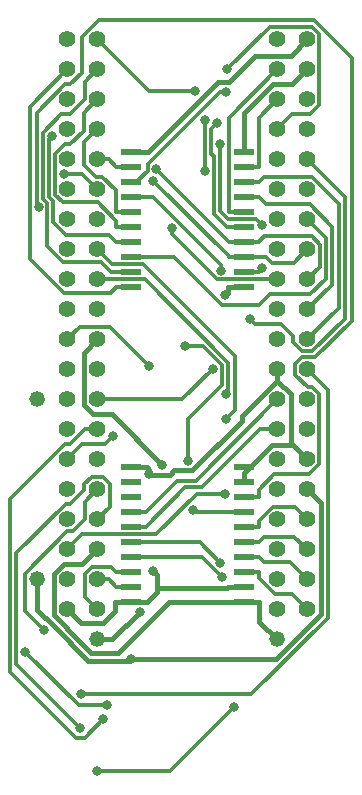
<source format=gbl>
G04 #@! TF.GenerationSoftware,KiCad,Pcbnew,8.0.1*
G04 #@! TF.CreationDate,2024-03-30T15:42:24-03:00*
G04 #@! TF.ProjectId,Sombrero_MSX_Goa'uld,536f6d62-7265-4726-9f5f-4d53585f476f,rev?*
G04 #@! TF.SameCoordinates,Original*
G04 #@! TF.FileFunction,Copper,L2,Bot*
G04 #@! TF.FilePolarity,Positive*
%FSLAX46Y46*%
G04 Gerber Fmt 4.6, Leading zero omitted, Abs format (unit mm)*
G04 Created by KiCad (PCBNEW 8.0.1) date 2024-03-30 15:42:24*
%MOMM*%
%LPD*%
G01*
G04 APERTURE LIST*
G04 #@! TA.AperFunction,ComponentPad*
%ADD10C,1.400000*%
G04 #@! TD*
G04 #@! TA.AperFunction,ComponentPad*
%ADD11C,1.320800*%
G04 #@! TD*
G04 #@! TA.AperFunction,SMDPad,CuDef*
%ADD12R,1.803400X0.533400*%
G04 #@! TD*
G04 #@! TA.AperFunction,ViaPad*
%ADD13C,0.800000*%
G04 #@! TD*
G04 #@! TA.AperFunction,Conductor*
%ADD14C,0.450000*%
G04 #@! TD*
G04 #@! TA.AperFunction,Conductor*
%ADD15C,0.300000*%
G04 #@! TD*
G04 APERTURE END LIST*
D10*
X187960000Y-73660000D03*
X187960000Y-76200000D03*
X187960000Y-78740000D03*
X187960000Y-81280000D03*
X187960000Y-83820000D03*
X187960000Y-86360000D03*
X187960000Y-88900000D03*
X187960000Y-91440000D03*
X187960000Y-93980000D03*
X187960000Y-96520000D03*
X187960000Y-99060000D03*
X187960000Y-101600000D03*
X187960000Y-104140000D03*
X187960000Y-106680000D03*
X187960000Y-109220000D03*
X187960000Y-111760000D03*
X187960000Y-114300000D03*
X187960000Y-116840000D03*
X187960000Y-119380000D03*
X187960000Y-121920000D03*
X208280000Y-121920000D03*
X208280000Y-119380000D03*
X208280000Y-116840000D03*
X208280000Y-114300000D03*
X208280000Y-111760000D03*
X208280000Y-109220000D03*
X208280000Y-106680000D03*
X208280000Y-104140000D03*
X208280000Y-101600000D03*
X208280000Y-99060000D03*
X208280000Y-96520000D03*
X208280000Y-93980000D03*
X208280000Y-91440000D03*
X208280000Y-88900000D03*
X208280000Y-86360000D03*
X208280000Y-83820000D03*
X208280000Y-81280000D03*
X208280000Y-78740000D03*
X208280000Y-76200000D03*
X208280000Y-73660000D03*
X190500000Y-73660000D03*
X190500000Y-76200000D03*
X190500000Y-78740000D03*
X190500000Y-81280000D03*
X190500000Y-83820000D03*
X190500000Y-86360000D03*
X190500000Y-88900000D03*
X190500000Y-91440000D03*
X190500000Y-93980000D03*
X190500000Y-96520000D03*
X190500000Y-99060000D03*
X190500000Y-101600000D03*
X190500000Y-104140000D03*
X190500000Y-106680000D03*
X190500000Y-109220000D03*
X190500000Y-111760000D03*
X190500000Y-114300000D03*
X190500000Y-116840000D03*
X190500000Y-119380000D03*
X190500000Y-121920000D03*
X205740000Y-121920000D03*
X205740000Y-119380000D03*
X205740000Y-116840000D03*
X205740000Y-114300000D03*
X205740000Y-111760000D03*
X205740000Y-109220000D03*
X205740000Y-106680000D03*
X205740000Y-104140000D03*
X205740000Y-101600000D03*
X205740000Y-99060000D03*
X205740000Y-96520000D03*
X205740000Y-93980000D03*
X205740000Y-91440000D03*
X205740000Y-88900000D03*
X205740000Y-86360000D03*
X205740000Y-83820000D03*
X205740000Y-81280000D03*
X205740000Y-78740000D03*
X205740000Y-76200000D03*
X205740000Y-73660000D03*
D11*
X185420000Y-119380000D03*
X185420000Y-104140000D03*
X205740000Y-124460000D03*
X190500000Y-124460000D03*
D12*
X202895200Y-83185000D03*
X202895200Y-84455000D03*
X202895200Y-85725000D03*
X202895200Y-86995000D03*
X202895200Y-88265000D03*
X202895200Y-89535000D03*
X202895200Y-90805000D03*
X202895200Y-92075000D03*
X202895200Y-93345000D03*
X202895200Y-94615000D03*
X193344800Y-94615000D03*
X193344800Y-93345000D03*
X193344800Y-92075000D03*
X193344800Y-90805000D03*
X193344800Y-89535000D03*
X193344800Y-88265000D03*
X193344800Y-86995000D03*
X193344800Y-85725000D03*
X193344800Y-84455000D03*
X193344800Y-83185000D03*
X193344800Y-121285000D03*
X193344800Y-120015000D03*
X193344800Y-118745000D03*
X193344800Y-117475000D03*
X193344800Y-116205000D03*
X193344800Y-114935000D03*
X193344800Y-113665000D03*
X193344800Y-112395000D03*
X193344800Y-111125000D03*
X193344800Y-109855000D03*
X202895200Y-109855000D03*
X202895200Y-111125000D03*
X202895200Y-112395000D03*
X202895200Y-113665000D03*
X202895200Y-114935000D03*
X202895200Y-116205000D03*
X202895200Y-117475000D03*
X202895200Y-118745000D03*
X202895200Y-120015000D03*
X202895200Y-121285000D03*
D13*
X193371800Y-126097200D03*
X194896200Y-110462000D03*
X201321700Y-95333600D03*
X195177100Y-118654600D03*
X194073300Y-122155400D03*
X196006600Y-109695000D03*
X189052400Y-131991900D03*
X195502700Y-84608500D03*
X195249500Y-85622200D03*
X201067700Y-119206200D03*
X200917800Y-117955700D03*
X187699700Y-85090000D03*
X190988000Y-131206700D03*
X201361000Y-105835000D03*
X201391300Y-103670700D03*
X200277300Y-101524100D03*
X196794700Y-89612300D03*
X201507100Y-76200800D03*
X198730300Y-78056500D03*
X199569800Y-84787300D03*
X204406900Y-93014000D03*
X199622800Y-80512900D03*
X200635900Y-80758100D03*
X201297700Y-112116400D03*
X200881700Y-82549800D03*
X186615500Y-81875200D03*
X204418500Y-89354000D03*
X200966700Y-93225600D03*
X203446400Y-97365900D03*
X202069200Y-130205800D03*
X190500000Y-135627500D03*
X185957300Y-123647100D03*
X201347200Y-78104700D03*
X191300100Y-130030400D03*
X184405000Y-125522300D03*
X185519200Y-87852300D03*
X198195500Y-109323900D03*
X197900000Y-99593500D03*
X198589200Y-113482400D03*
X189086200Y-129121800D03*
X194870500Y-101322700D03*
X191827500Y-107231500D03*
D14*
X208280000Y-111760000D02*
X209404200Y-112884200D01*
X209404200Y-112884200D02*
X209404200Y-122343300D01*
X186784200Y-123364000D02*
X186784200Y-123304600D01*
X193371800Y-126097200D02*
X193219300Y-126249700D01*
X189669900Y-126249700D02*
X186784200Y-123364000D01*
X185420000Y-121940400D02*
X185420000Y-119380000D01*
X209404200Y-122343300D02*
X205650300Y-126097200D01*
X193219300Y-126249700D02*
X189669900Y-126249700D01*
X205650300Y-126097200D02*
X193371800Y-126097200D01*
X186784200Y-123304600D02*
X185420000Y-121940400D01*
X205351100Y-77470000D02*
X207010000Y-77470000D01*
X206875700Y-103677500D02*
X206875700Y-107978000D01*
X207010000Y-77470000D02*
X208280000Y-76200000D01*
X201566600Y-94615000D02*
X201566600Y-95088700D01*
X194896200Y-110462000D02*
X194960900Y-110526700D01*
X206875700Y-107978000D02*
X207038000Y-107978000D01*
X202895200Y-94615000D02*
X201566600Y-94615000D01*
X192016200Y-121285000D02*
X192016200Y-122032300D01*
X205274000Y-107978000D02*
X206875700Y-107978000D01*
X195506500Y-120069600D02*
X195506500Y-118984000D01*
X202895200Y-110356800D02*
X203397000Y-109855000D01*
X195506500Y-120451900D02*
X195506500Y-120069600D01*
X202757600Y-105931200D02*
X202757600Y-105524200D01*
X201512000Y-120069600D02*
X201566600Y-120015000D01*
X194896200Y-110077800D02*
X194673400Y-109855000D01*
X193344800Y-109855000D02*
X194673400Y-109855000D01*
X202757600Y-105524200D02*
X205740000Y-102541800D01*
X190984600Y-123063900D02*
X189103900Y-123063900D01*
X205740000Y-102541800D02*
X206875700Y-103677500D01*
X195506500Y-120069600D02*
X201512000Y-120069600D01*
X194960900Y-110526700D02*
X196609800Y-110526700D01*
X198538000Y-110150800D02*
X202757600Y-105931200D01*
X196609800Y-110526700D02*
X196985700Y-110150800D01*
X189103900Y-123063900D02*
X187960000Y-121920000D01*
X202895200Y-79925900D02*
X205351100Y-77470000D01*
X196985700Y-110150800D02*
X198538000Y-110150800D01*
X193344800Y-121285000D02*
X192016200Y-121285000D01*
X202895200Y-83185000D02*
X202895200Y-79925900D01*
X194896200Y-110462000D02*
X194896200Y-110077800D01*
X202895200Y-111125000D02*
X202895200Y-110356800D01*
X201566600Y-95088700D02*
X201321700Y-95333600D01*
X195506500Y-118984000D02*
X195177100Y-118654600D01*
X202895200Y-120015000D02*
X201566600Y-120015000D01*
X203397000Y-109855000D02*
X205274000Y-107978000D01*
X207038000Y-107978000D02*
X208280000Y-109220000D01*
X205740000Y-102541800D02*
X205740000Y-101600000D01*
X194673400Y-121285000D02*
X195506500Y-120451900D01*
X193344800Y-121285000D02*
X194673400Y-121285000D01*
X202895200Y-109855000D02*
X203397000Y-109855000D01*
X192016200Y-122032300D02*
X190984600Y-123063900D01*
X191768700Y-124460000D02*
X194073300Y-122155400D01*
X189346700Y-104641000D02*
X190115700Y-105410000D01*
X190500000Y-99060000D02*
X189346700Y-100213300D01*
X190500000Y-124460000D02*
X191768700Y-124460000D01*
X190115700Y-105410000D02*
X191721600Y-105410000D01*
X189346700Y-100213300D02*
X189346700Y-104641000D01*
X191721600Y-105410000D02*
X196006600Y-109695000D01*
D15*
X183635800Y-126575300D02*
X183635800Y-117179400D01*
X190953900Y-110701700D02*
X191561100Y-111308900D01*
X189387200Y-111790000D02*
X189387200Y-111336800D01*
X190022300Y-110701700D02*
X190953900Y-110701700D01*
X189387200Y-111336800D02*
X190022300Y-110701700D01*
X187821300Y-112993900D02*
X188183300Y-112993900D01*
X188183300Y-112993900D02*
X189387200Y-111790000D01*
X189052400Y-131991900D02*
X183635800Y-126575300D01*
X191561100Y-113238900D02*
X190500000Y-114300000D01*
X191561100Y-111308900D02*
X191561100Y-113238900D01*
X183635800Y-117179400D02*
X187821300Y-112993900D01*
X204148800Y-85725000D02*
X204584100Y-85289700D01*
X204584100Y-85289700D02*
X208668500Y-85289700D01*
X208668500Y-85289700D02*
X210931200Y-87552400D01*
X202895200Y-85725000D02*
X204148800Y-85725000D01*
X210931200Y-87552400D02*
X210931200Y-96408800D01*
X210931200Y-96408800D02*
X208280000Y-99060000D01*
X204767400Y-87613600D02*
X204148800Y-86995000D01*
X210385300Y-89531500D02*
X208467400Y-87613600D01*
X208280000Y-96520000D02*
X210385300Y-94414700D01*
X202895200Y-86995000D02*
X204148800Y-86995000D01*
X208467400Y-87613600D02*
X204767400Y-87613600D01*
X210385300Y-94414700D02*
X210385300Y-89531500D01*
X202895200Y-90805000D02*
X201641600Y-90805000D01*
X209346300Y-91040900D02*
X209346300Y-92913700D01*
X204148800Y-90805000D02*
X204625100Y-90328700D01*
X203063900Y-90805000D02*
X202895200Y-90805000D01*
X203063900Y-90805000D02*
X204148800Y-90805000D01*
X209346300Y-92913700D02*
X208280000Y-93980000D01*
X204625100Y-90328700D02*
X208634100Y-90328700D01*
X208634100Y-90328700D02*
X209346300Y-91040900D01*
X201641600Y-90805000D02*
X195502700Y-84666100D01*
X195502700Y-84666100D02*
X195502700Y-84608500D01*
X207168800Y-92551200D02*
X205257700Y-92551200D01*
X203413100Y-92075000D02*
X204148800Y-92075000D01*
X202895200Y-92075000D02*
X201641600Y-92075000D01*
X201641600Y-92014300D02*
X195249500Y-85622200D01*
X208280000Y-91440000D02*
X207168800Y-92551200D01*
X203413100Y-92075000D02*
X202895200Y-92075000D01*
X204781500Y-92075000D02*
X204148800Y-92075000D01*
X205257700Y-92551200D02*
X204781500Y-92075000D01*
X201641600Y-92075000D02*
X201641600Y-92014300D01*
X193344800Y-120015000D02*
X192091200Y-120015000D01*
X191456200Y-119380000D02*
X192091200Y-120015000D01*
X190500000Y-119380000D02*
X191456200Y-119380000D01*
X190500000Y-121920000D02*
X189448100Y-120868100D01*
X191674300Y-118328100D02*
X192091200Y-118745000D01*
X189448100Y-118944300D02*
X190064300Y-118328100D01*
X193344800Y-118745000D02*
X192091200Y-118745000D01*
X189448100Y-120868100D02*
X189448100Y-118944300D01*
X190064300Y-118328100D02*
X191674300Y-118328100D01*
X193344800Y-117475000D02*
X194598400Y-117475000D01*
X199336500Y-117475000D02*
X201067700Y-119206200D01*
X194598400Y-117475000D02*
X199336500Y-117475000D01*
X193344800Y-116205000D02*
X194598400Y-116205000D01*
X199167100Y-116205000D02*
X200917800Y-117955700D01*
X194598400Y-116205000D02*
X199167100Y-116205000D01*
X189230000Y-85090000D02*
X187699700Y-85090000D01*
X190500000Y-86360000D02*
X189230000Y-85090000D01*
X188154500Y-107948600D02*
X187793900Y-107948600D01*
X190500000Y-106680000D02*
X189423100Y-106680000D01*
X187793900Y-107948600D02*
X183133900Y-112608600D01*
X188724600Y-132779400D02*
X189415300Y-132779400D01*
X183133900Y-112608600D02*
X183133900Y-127188700D01*
X189415300Y-132779400D02*
X190988000Y-131206700D01*
X183133900Y-127188700D02*
X188724600Y-132779400D01*
X189423100Y-106680000D02*
X188154500Y-107948600D01*
X191754800Y-92694800D02*
X190500000Y-91440000D01*
X202168100Y-105027900D02*
X202168100Y-100493000D01*
X201361000Y-105835000D02*
X202168100Y-105027900D01*
X194369900Y-92694800D02*
X191754800Y-92694800D01*
X202168100Y-100493000D02*
X194369900Y-92694800D01*
X194514500Y-93980000D02*
X190500000Y-93980000D01*
X201391300Y-103670700D02*
X201551700Y-103510300D01*
X201551700Y-101017200D02*
X194514500Y-93980000D01*
X201551700Y-103510300D02*
X201551700Y-101017200D01*
X197661400Y-104140000D02*
X200277300Y-101524100D01*
X190500000Y-104140000D02*
X197661400Y-104140000D01*
X200654100Y-93980000D02*
X196794700Y-90120600D01*
X205740000Y-93980000D02*
X200654100Y-93980000D01*
X196794700Y-90120600D02*
X196794700Y-89612300D01*
X208667300Y-72581600D02*
X209293600Y-73207900D01*
X205126300Y-72581600D02*
X208667300Y-72581600D01*
X209293600Y-79189400D02*
X208473000Y-80010000D01*
X208473000Y-80010000D02*
X207010000Y-80010000D01*
X207010000Y-80010000D02*
X205740000Y-81280000D01*
X209293600Y-73207900D02*
X209293600Y-79189400D01*
X201507100Y-76200800D02*
X205126300Y-72581600D01*
X202895200Y-88265000D02*
X201641600Y-88265000D01*
X201641600Y-80298400D02*
X205740000Y-76200000D01*
X201641600Y-88265000D02*
X201641600Y-80298400D01*
X191456200Y-83820000D02*
X192091200Y-84455000D01*
X193344800Y-84455000D02*
X192091200Y-84455000D01*
X190500000Y-83820000D02*
X191456200Y-83820000D01*
X190500000Y-73660000D02*
X194896500Y-78056500D01*
X204406900Y-93086900D02*
X204406900Y-93014000D01*
X199622800Y-84734300D02*
X199569800Y-84787300D01*
X199622800Y-80512900D02*
X199622800Y-84734300D01*
X202895200Y-93345000D02*
X204148800Y-93345000D01*
X194896500Y-78056500D02*
X198730300Y-78056500D01*
X204148800Y-93345000D02*
X204406900Y-93086900D01*
X200350700Y-88411700D02*
X200350700Y-83543100D01*
X201474000Y-89535000D02*
X200350700Y-88411700D01*
X202895200Y-89535000D02*
X201474000Y-89535000D01*
X200129700Y-83322100D02*
X200129700Y-81264300D01*
X200350700Y-83543100D02*
X200129700Y-83322100D01*
X200129700Y-81264300D02*
X200635900Y-80758100D01*
X186271100Y-87540900D02*
X185861500Y-87131300D01*
X191643100Y-93345000D02*
X190831100Y-92533000D01*
X187415100Y-80010000D02*
X188140700Y-80010000D01*
X188140700Y-80010000D02*
X189417900Y-78732800D01*
X186271100Y-91190200D02*
X186271100Y-87540900D01*
X185861500Y-81563600D02*
X187415100Y-80010000D01*
X189417900Y-77282100D02*
X190500000Y-76200000D01*
X190831100Y-92533000D02*
X187613900Y-92533000D01*
X193344800Y-93345000D02*
X191643100Y-93345000D01*
X187613900Y-92533000D02*
X186271100Y-91190200D01*
X189417900Y-78732800D02*
X189417900Y-77282100D01*
X185861500Y-87131300D02*
X185861500Y-81563600D01*
X204148800Y-84455000D02*
X204148800Y-80331200D01*
X202895200Y-84455000D02*
X204148800Y-84455000D01*
X204148800Y-80331200D02*
X205740000Y-78740000D01*
X190907900Y-85267000D02*
X190390000Y-85267000D01*
X189403400Y-82376600D02*
X190500000Y-81280000D01*
X192091200Y-88265000D02*
X192091200Y-86450300D01*
X193344800Y-88265000D02*
X192091200Y-88265000D01*
X190390000Y-85267000D02*
X189403400Y-84280400D01*
X189403400Y-84280400D02*
X189403400Y-82376600D01*
X192091200Y-86450300D02*
X190907900Y-85267000D01*
X192091200Y-88993600D02*
X190550500Y-87452900D01*
X186942800Y-86793200D02*
X186942800Y-83393300D01*
X187786100Y-82550000D02*
X188208500Y-82550000D01*
X187602500Y-87452900D02*
X186942800Y-86793200D01*
X188208500Y-82550000D02*
X189387200Y-81371300D01*
X193344800Y-89535000D02*
X192091200Y-89535000D01*
X190550500Y-87452900D02*
X187602500Y-87452900D01*
X189387200Y-79852800D02*
X190500000Y-78740000D01*
X186942800Y-83393300D02*
X187786100Y-82550000D01*
X189387200Y-81371300D02*
X189387200Y-79852800D01*
X192091200Y-89535000D02*
X192091200Y-88993600D01*
X198891600Y-112116400D02*
X195445700Y-115562300D01*
X201297700Y-112116400D02*
X198891600Y-112116400D01*
X189237700Y-115562300D02*
X187960000Y-116840000D01*
X195445700Y-115562300D02*
X189237700Y-115562300D01*
X204239100Y-106680000D02*
X199328000Y-111591100D01*
X193344800Y-114935000D02*
X194598400Y-114935000D01*
X205740000Y-106680000D02*
X204239100Y-106680000D01*
X197942300Y-111591100D02*
X194598400Y-114935000D01*
X199328000Y-111591100D02*
X197942300Y-111591100D01*
X205740000Y-104140000D02*
X198850400Y-111029600D01*
X197233700Y-111029700D02*
X194598400Y-113665000D01*
X197233700Y-111029600D02*
X197233700Y-111029700D01*
X193344800Y-113665000D02*
X194598400Y-113665000D01*
X198850400Y-111029600D02*
X197233700Y-111029600D01*
X209848500Y-93930700D02*
X209848500Y-90468500D01*
X201010400Y-96103800D02*
X204222700Y-96103800D01*
X204222700Y-96103800D02*
X205076500Y-95250000D01*
X193344800Y-92075000D02*
X196981600Y-92075000D01*
X209848500Y-90468500D02*
X208280000Y-88900000D01*
X196981600Y-92075000D02*
X201010400Y-96103800D01*
X205076500Y-95250000D02*
X208529200Y-95250000D01*
X208529200Y-95250000D02*
X209848500Y-93930700D01*
X186440900Y-82049800D02*
X186615500Y-81875200D01*
X200881700Y-88226500D02*
X200881700Y-82549800D01*
X186773000Y-89147800D02*
X186773000Y-87333100D01*
X203948100Y-88883600D02*
X201538800Y-88883600D01*
X191472600Y-90186400D02*
X187811600Y-90186400D01*
X186773000Y-87333100D02*
X186440900Y-87001000D01*
X192091200Y-90805000D02*
X191472600Y-90186400D01*
X204418500Y-89354000D02*
X203948100Y-88883600D01*
X193344800Y-90805000D02*
X192091200Y-90805000D01*
X186440900Y-87001000D02*
X186440900Y-82049800D01*
X187811600Y-90186400D02*
X186773000Y-89147800D01*
X201538800Y-88883600D02*
X200881700Y-88226500D01*
X211479500Y-87019500D02*
X211479500Y-97296500D01*
X193344800Y-86995000D02*
X194598400Y-86995000D01*
X208696300Y-100079700D02*
X207849100Y-100079700D01*
X207849100Y-100079700D02*
X207029800Y-99260400D01*
X200966700Y-92721000D02*
X195240700Y-86995000D01*
X211479500Y-97296500D02*
X208696300Y-100079700D01*
X208280000Y-83820000D02*
X211479500Y-87019500D01*
X195240700Y-86995000D02*
X194598400Y-86995000D01*
X200966700Y-93225600D02*
X200966700Y-92721000D01*
X203870500Y-97790000D02*
X203446400Y-97365900D01*
X207029800Y-99260400D02*
X207029800Y-98800300D01*
X206019500Y-97790000D02*
X203870500Y-97790000D01*
X207029800Y-98800300D02*
X206019500Y-97790000D01*
X196647500Y-135627500D02*
X190500000Y-135627500D01*
X202069200Y-130205800D02*
X196647500Y-135627500D01*
X188392400Y-115312300D02*
X189448100Y-114256600D01*
X185957300Y-123647100D02*
X184388900Y-122078700D01*
X184388900Y-122078700D02*
X184388900Y-118890100D01*
X184388900Y-118890100D02*
X187966700Y-115312300D01*
X189448100Y-112811900D02*
X190500000Y-111760000D01*
X187966700Y-115312300D02*
X188392400Y-115312300D01*
X189448100Y-114256600D02*
X189448100Y-112811900D01*
X201347200Y-78104700D02*
X200872400Y-78104700D01*
X193809800Y-85725000D02*
X193344800Y-85725000D01*
X194750800Y-84784000D02*
X193809800Y-85725000D01*
X194750800Y-84226300D02*
X194750800Y-84784000D01*
X200872400Y-78104700D02*
X194750800Y-84226300D01*
D14*
X205740000Y-124460000D02*
X204223800Y-122943800D01*
X187686200Y-118110000D02*
X186858600Y-118937600D01*
X202895200Y-121285000D02*
X204223800Y-121285000D01*
X189964100Y-125590600D02*
X192223900Y-125590600D01*
X206866900Y-75073100D02*
X203818000Y-75073100D01*
X186858600Y-118937600D02*
X186858600Y-122356200D01*
X201613300Y-77277800D02*
X200702900Y-77277800D01*
X187959900Y-123457500D02*
X187960000Y-123457500D01*
X187960000Y-123586500D02*
X189964100Y-125590600D01*
X202895200Y-121285000D02*
X201566600Y-121285000D01*
X204223800Y-122943800D02*
X204223800Y-121285000D01*
X196529500Y-121285000D02*
X201566600Y-121285000D01*
X192223900Y-125590600D02*
X196529500Y-121285000D01*
X190500000Y-116840000D02*
X189230000Y-118110000D01*
X203818000Y-75073100D02*
X201613300Y-77277800D01*
X194795700Y-83185000D02*
X194673400Y-83185000D01*
X208280000Y-73660000D02*
X206866900Y-75073100D01*
X187960000Y-123457500D02*
X187960000Y-123586500D01*
X193344800Y-83185000D02*
X194673400Y-83185000D01*
X186858600Y-122356200D02*
X187959900Y-123457500D01*
X189230000Y-118110000D02*
X187686200Y-118110000D01*
X200702900Y-77277800D02*
X194795700Y-83185000D01*
D15*
X193344800Y-94615000D02*
X192091200Y-94615000D01*
X191615000Y-95091200D02*
X187630500Y-95091200D01*
X184759300Y-92220000D02*
X184759300Y-79400700D01*
X184759300Y-79400700D02*
X187960000Y-76200000D01*
X187630500Y-95091200D02*
X184759300Y-92220000D01*
X192091200Y-94615000D02*
X191615000Y-95091200D01*
X191300100Y-130030400D02*
X188913100Y-130030400D01*
X188913100Y-130030400D02*
X184405000Y-125522300D01*
X212034500Y-97478800D02*
X208928700Y-100584600D01*
X207267700Y-102037700D02*
X208294400Y-103064400D01*
X209293100Y-103721400D02*
X209293100Y-109641200D01*
X189167800Y-73489700D02*
X190629900Y-72027600D01*
X185519200Y-87852300D02*
X185359600Y-87692700D01*
X208845100Y-72027600D02*
X212034500Y-75217000D01*
X190629900Y-72027600D02*
X208845100Y-72027600D01*
X185359600Y-87692700D02*
X185359600Y-79855400D01*
X208444300Y-110490000D02*
X205452000Y-110490000D01*
X188182800Y-77470000D02*
X189167800Y-76485000D01*
X208294400Y-103064400D02*
X208636100Y-103064400D01*
X209293100Y-109641200D02*
X208444300Y-110490000D01*
X189167800Y-76485000D02*
X189167800Y-73489700D01*
X208928700Y-100584600D02*
X207830200Y-100584600D01*
X212034500Y-75217000D02*
X212034500Y-97478800D01*
X185359600Y-79855400D02*
X187745000Y-77470000D01*
X207830200Y-100584600D02*
X207267700Y-101147100D01*
X208636100Y-103064400D02*
X209293100Y-103721400D01*
X207267700Y-101147100D02*
X207267700Y-102037700D01*
X187745000Y-77470000D02*
X188182800Y-77470000D01*
X204148800Y-111793200D02*
X204148800Y-112395000D01*
X205452000Y-110490000D02*
X204148800Y-111793200D01*
X202895200Y-112395000D02*
X204148800Y-112395000D01*
X202895200Y-113665000D02*
X201641600Y-113665000D01*
X197900000Y-99593500D02*
X199412000Y-99593500D01*
X201641600Y-113665000D02*
X198771800Y-113665000D01*
X198195600Y-105785000D02*
X198195600Y-109323900D01*
X199412000Y-99593500D02*
X201038300Y-101219800D01*
X201038300Y-102942300D02*
X198195600Y-105785000D01*
X201038300Y-101219800D02*
X201038300Y-102942300D01*
X198771800Y-113665000D02*
X198589200Y-113482400D01*
X198195600Y-109323900D02*
X198195500Y-109323900D01*
X209997000Y-103317000D02*
X209997000Y-122609000D01*
X203484200Y-129121800D02*
X189086200Y-129121800D01*
X208280000Y-101600000D02*
X209997000Y-103317000D01*
X209997000Y-122609000D02*
X203484200Y-129121800D01*
X207197400Y-113217400D02*
X208280000Y-114300000D01*
X204148800Y-114393700D02*
X205325100Y-113217400D01*
X205325100Y-113217400D02*
X207197400Y-113217400D01*
X202895200Y-114935000D02*
X204148800Y-114935000D01*
X204148800Y-114935000D02*
X204148800Y-114393700D01*
X202895200Y-116205000D02*
X204148800Y-116205000D01*
X207186600Y-115746600D02*
X208280000Y-116840000D01*
X204148800Y-116205000D02*
X204607200Y-115746600D01*
X204607200Y-115746600D02*
X207186600Y-115746600D01*
X204565700Y-117891900D02*
X206791900Y-117891900D01*
X206791900Y-117891900D02*
X208280000Y-119380000D01*
X202895200Y-117475000D02*
X204148800Y-117475000D01*
X204148800Y-117475000D02*
X204565700Y-117891900D01*
X205514800Y-120650000D02*
X207010000Y-120650000D01*
X204148800Y-118745000D02*
X204148800Y-119284000D01*
X207010000Y-120650000D02*
X208280000Y-121920000D01*
X204148800Y-119284000D02*
X205514800Y-120650000D01*
X202895200Y-118745000D02*
X204148800Y-118745000D01*
X189011900Y-98008100D02*
X191555900Y-98008100D01*
X187960000Y-99060000D02*
X189011900Y-98008100D01*
X191555900Y-98008100D02*
X194870500Y-101322700D01*
X191110600Y-107948400D02*
X189231600Y-107948400D01*
X189231600Y-107948400D02*
X187960000Y-109220000D01*
X191827500Y-107231500D02*
X191110600Y-107948400D01*
M02*

</source>
